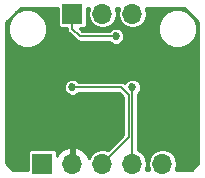
<source format=gbl>
G04 #@! TF.GenerationSoftware,KiCad,Pcbnew,(5.0.0-rc2-dev-444-g2974a2c10)*
G04 #@! TF.CreationDate,2019-08-03T11:43:22-07:00*
G04 #@! TF.ProjectId,AD5245_breakout,4144353234355F627265616B6F75742E,v01*
G04 #@! TF.SameCoordinates,Original*
G04 #@! TF.FileFunction,Copper,L2,Bot,Signal*
G04 #@! TF.FilePolarity,Positive*
%FSLAX46Y46*%
G04 Gerber Fmt 4.6, Leading zero omitted, Abs format (unit mm)*
G04 Created by KiCad (PCBNEW (5.0.0-rc2-dev-444-g2974a2c10)) date 08/03/19 11:43:22*
%MOMM*%
%LPD*%
G01*
G04 APERTURE LIST*
%ADD10O,1.700000X1.700000*%
%ADD11R,1.700000X1.700000*%
%ADD12C,0.685800*%
%ADD13C,0.152400*%
%ADD14C,0.254000*%
G04 APERTURE END LIST*
D10*
X120650000Y-82550000D03*
X118110000Y-82550000D03*
X115570000Y-82550000D03*
X113030000Y-82550000D03*
D11*
X110490000Y-82550000D03*
D10*
X118110000Y-69850000D03*
X115570000Y-69850000D03*
D11*
X113030000Y-69850000D03*
D12*
X122809000Y-82169000D03*
X119761000Y-71374000D03*
X109855000Y-76708000D03*
X111379000Y-71374000D03*
X116713000Y-71755000D03*
X113030000Y-76073000D03*
X118110000Y-76073000D03*
D13*
X116713000Y-71755000D02*
X113665000Y-71755000D01*
X113030000Y-71120000D02*
X113030000Y-69850000D01*
X113665000Y-71755000D02*
X113030000Y-71120000D01*
X113030000Y-76073000D02*
X117170190Y-76073000D01*
X117170190Y-76073000D02*
X117805190Y-76708000D01*
X115570000Y-82550000D02*
X117805190Y-80314810D01*
X117805190Y-80314810D02*
X117805190Y-76708000D01*
X118110000Y-76073000D02*
X118110000Y-82550000D01*
D14*
G36*
X111791536Y-70700000D02*
X111821106Y-70848659D01*
X111905314Y-70974686D01*
X112031341Y-71058894D01*
X112180000Y-71088464D01*
X112570116Y-71088464D01*
X112563843Y-71120000D01*
X112572800Y-71165029D01*
X112599327Y-71298390D01*
X112700377Y-71449623D01*
X112738554Y-71475132D01*
X113309868Y-72046446D01*
X113335377Y-72084623D01*
X113486609Y-72185673D01*
X113665000Y-72221157D01*
X113710030Y-72212200D01*
X116146451Y-72212200D01*
X116302944Y-72368693D01*
X116569007Y-72478900D01*
X116856993Y-72478900D01*
X117123056Y-72368693D01*
X117326693Y-72165056D01*
X117436900Y-71898993D01*
X117436900Y-71611007D01*
X117326693Y-71344944D01*
X117123056Y-71141307D01*
X116856993Y-71031100D01*
X116569007Y-71031100D01*
X116302944Y-71141307D01*
X116146451Y-71297800D01*
X113854378Y-71297800D01*
X113645042Y-71088464D01*
X113880000Y-71088464D01*
X114028659Y-71058894D01*
X114154686Y-70974686D01*
X114238894Y-70848659D01*
X114268464Y-70700000D01*
X114268464Y-69342000D01*
X114428925Y-69342000D01*
X114410424Y-69369688D01*
X114314884Y-69850000D01*
X114410424Y-70330312D01*
X114682499Y-70737501D01*
X115089688Y-71009576D01*
X115448761Y-71081000D01*
X115691239Y-71081000D01*
X116050312Y-71009576D01*
X116457501Y-70737501D01*
X116729576Y-70330312D01*
X116825116Y-69850000D01*
X116729576Y-69369688D01*
X116711075Y-69342000D01*
X116968925Y-69342000D01*
X116950424Y-69369688D01*
X116854884Y-69850000D01*
X116950424Y-70330312D01*
X117222499Y-70737501D01*
X117629688Y-71009576D01*
X117988761Y-71081000D01*
X118231239Y-71081000D01*
X118590312Y-71009576D01*
X118910588Y-70795574D01*
X120289000Y-70795574D01*
X120289000Y-71444426D01*
X120537305Y-72043887D01*
X120996113Y-72502695D01*
X121595574Y-72751000D01*
X122244426Y-72751000D01*
X122843887Y-72502695D01*
X123302695Y-72043887D01*
X123551000Y-71444426D01*
X123551000Y-70795574D01*
X123302695Y-70196113D01*
X122843887Y-69737305D01*
X122244426Y-69489000D01*
X121595574Y-69489000D01*
X120996113Y-69737305D01*
X120537305Y-70196113D01*
X120289000Y-70795574D01*
X118910588Y-70795574D01*
X118997501Y-70737501D01*
X119269576Y-70330312D01*
X119365116Y-69850000D01*
X119269576Y-69369688D01*
X119251075Y-69342000D01*
X122502394Y-69342000D01*
X123698000Y-70537606D01*
X123698000Y-82497394D01*
X123137394Y-83058000D01*
X121791075Y-83058000D01*
X121809576Y-83030312D01*
X121905116Y-82550000D01*
X121809576Y-82069688D01*
X121537501Y-81662499D01*
X121130312Y-81390424D01*
X120771239Y-81319000D01*
X120528761Y-81319000D01*
X120169688Y-81390424D01*
X119762499Y-81662499D01*
X119490424Y-82069688D01*
X119394884Y-82550000D01*
X119490424Y-83030312D01*
X119508925Y-83058000D01*
X119251075Y-83058000D01*
X119269576Y-83030312D01*
X119365116Y-82550000D01*
X119269576Y-82069688D01*
X118997501Y-81662499D01*
X118590312Y-81390424D01*
X118567200Y-81385827D01*
X118567200Y-76639549D01*
X118723693Y-76483056D01*
X118833900Y-76216993D01*
X118833900Y-75929007D01*
X118723693Y-75662944D01*
X118520056Y-75459307D01*
X118253993Y-75349100D01*
X117966007Y-75349100D01*
X117699944Y-75459307D01*
X117496307Y-75662944D01*
X117470973Y-75724106D01*
X117348581Y-75642327D01*
X117215220Y-75615800D01*
X117170190Y-75606843D01*
X117125160Y-75615800D01*
X113596549Y-75615800D01*
X113440056Y-75459307D01*
X113173993Y-75349100D01*
X112886007Y-75349100D01*
X112619944Y-75459307D01*
X112416307Y-75662944D01*
X112306100Y-75929007D01*
X112306100Y-76216993D01*
X112416307Y-76483056D01*
X112619944Y-76686693D01*
X112886007Y-76796900D01*
X113173993Y-76796900D01*
X113440056Y-76686693D01*
X113596549Y-76530200D01*
X116980812Y-76530200D01*
X117347991Y-76897379D01*
X117347990Y-80125431D01*
X116069906Y-81403516D01*
X116050312Y-81390424D01*
X115691239Y-81319000D01*
X115448761Y-81319000D01*
X115089688Y-81390424D01*
X114682499Y-81662499D01*
X114412245Y-82066963D01*
X114225183Y-81668642D01*
X113796924Y-81278355D01*
X113386890Y-81108524D01*
X113157000Y-81229845D01*
X113157000Y-82423000D01*
X113177000Y-82423000D01*
X113177000Y-82677000D01*
X113157000Y-82677000D01*
X113157000Y-82697000D01*
X112903000Y-82697000D01*
X112903000Y-82677000D01*
X112883000Y-82677000D01*
X112883000Y-82423000D01*
X112903000Y-82423000D01*
X112903000Y-81229845D01*
X112673110Y-81108524D01*
X112263076Y-81278355D01*
X111834817Y-81668642D01*
X111728464Y-81895105D01*
X111728464Y-81700000D01*
X111698894Y-81551341D01*
X111614686Y-81425314D01*
X111488659Y-81341106D01*
X111340000Y-81311536D01*
X109640000Y-81311536D01*
X109491341Y-81341106D01*
X109365314Y-81425314D01*
X109281106Y-81551341D01*
X109251536Y-81700000D01*
X109251536Y-83058000D01*
X108002606Y-83058000D01*
X107442000Y-82497394D01*
X107442000Y-70795574D01*
X107589000Y-70795574D01*
X107589000Y-71444426D01*
X107837305Y-72043887D01*
X108296113Y-72502695D01*
X108895574Y-72751000D01*
X109544426Y-72751000D01*
X110143887Y-72502695D01*
X110602695Y-72043887D01*
X110851000Y-71444426D01*
X110851000Y-70795574D01*
X110602695Y-70196113D01*
X110143887Y-69737305D01*
X109544426Y-69489000D01*
X108895574Y-69489000D01*
X108296113Y-69737305D01*
X107837305Y-70196113D01*
X107589000Y-70795574D01*
X107442000Y-70795574D01*
X107442000Y-70537606D01*
X108637606Y-69342000D01*
X111791536Y-69342000D01*
X111791536Y-70700000D01*
X111791536Y-70700000D01*
G37*
X111791536Y-70700000D02*
X111821106Y-70848659D01*
X111905314Y-70974686D01*
X112031341Y-71058894D01*
X112180000Y-71088464D01*
X112570116Y-71088464D01*
X112563843Y-71120000D01*
X112572800Y-71165029D01*
X112599327Y-71298390D01*
X112700377Y-71449623D01*
X112738554Y-71475132D01*
X113309868Y-72046446D01*
X113335377Y-72084623D01*
X113486609Y-72185673D01*
X113665000Y-72221157D01*
X113710030Y-72212200D01*
X116146451Y-72212200D01*
X116302944Y-72368693D01*
X116569007Y-72478900D01*
X116856993Y-72478900D01*
X117123056Y-72368693D01*
X117326693Y-72165056D01*
X117436900Y-71898993D01*
X117436900Y-71611007D01*
X117326693Y-71344944D01*
X117123056Y-71141307D01*
X116856993Y-71031100D01*
X116569007Y-71031100D01*
X116302944Y-71141307D01*
X116146451Y-71297800D01*
X113854378Y-71297800D01*
X113645042Y-71088464D01*
X113880000Y-71088464D01*
X114028659Y-71058894D01*
X114154686Y-70974686D01*
X114238894Y-70848659D01*
X114268464Y-70700000D01*
X114268464Y-69342000D01*
X114428925Y-69342000D01*
X114410424Y-69369688D01*
X114314884Y-69850000D01*
X114410424Y-70330312D01*
X114682499Y-70737501D01*
X115089688Y-71009576D01*
X115448761Y-71081000D01*
X115691239Y-71081000D01*
X116050312Y-71009576D01*
X116457501Y-70737501D01*
X116729576Y-70330312D01*
X116825116Y-69850000D01*
X116729576Y-69369688D01*
X116711075Y-69342000D01*
X116968925Y-69342000D01*
X116950424Y-69369688D01*
X116854884Y-69850000D01*
X116950424Y-70330312D01*
X117222499Y-70737501D01*
X117629688Y-71009576D01*
X117988761Y-71081000D01*
X118231239Y-71081000D01*
X118590312Y-71009576D01*
X118910588Y-70795574D01*
X120289000Y-70795574D01*
X120289000Y-71444426D01*
X120537305Y-72043887D01*
X120996113Y-72502695D01*
X121595574Y-72751000D01*
X122244426Y-72751000D01*
X122843887Y-72502695D01*
X123302695Y-72043887D01*
X123551000Y-71444426D01*
X123551000Y-70795574D01*
X123302695Y-70196113D01*
X122843887Y-69737305D01*
X122244426Y-69489000D01*
X121595574Y-69489000D01*
X120996113Y-69737305D01*
X120537305Y-70196113D01*
X120289000Y-70795574D01*
X118910588Y-70795574D01*
X118997501Y-70737501D01*
X119269576Y-70330312D01*
X119365116Y-69850000D01*
X119269576Y-69369688D01*
X119251075Y-69342000D01*
X122502394Y-69342000D01*
X123698000Y-70537606D01*
X123698000Y-82497394D01*
X123137394Y-83058000D01*
X121791075Y-83058000D01*
X121809576Y-83030312D01*
X121905116Y-82550000D01*
X121809576Y-82069688D01*
X121537501Y-81662499D01*
X121130312Y-81390424D01*
X120771239Y-81319000D01*
X120528761Y-81319000D01*
X120169688Y-81390424D01*
X119762499Y-81662499D01*
X119490424Y-82069688D01*
X119394884Y-82550000D01*
X119490424Y-83030312D01*
X119508925Y-83058000D01*
X119251075Y-83058000D01*
X119269576Y-83030312D01*
X119365116Y-82550000D01*
X119269576Y-82069688D01*
X118997501Y-81662499D01*
X118590312Y-81390424D01*
X118567200Y-81385827D01*
X118567200Y-76639549D01*
X118723693Y-76483056D01*
X118833900Y-76216993D01*
X118833900Y-75929007D01*
X118723693Y-75662944D01*
X118520056Y-75459307D01*
X118253993Y-75349100D01*
X117966007Y-75349100D01*
X117699944Y-75459307D01*
X117496307Y-75662944D01*
X117470973Y-75724106D01*
X117348581Y-75642327D01*
X117215220Y-75615800D01*
X117170190Y-75606843D01*
X117125160Y-75615800D01*
X113596549Y-75615800D01*
X113440056Y-75459307D01*
X113173993Y-75349100D01*
X112886007Y-75349100D01*
X112619944Y-75459307D01*
X112416307Y-75662944D01*
X112306100Y-75929007D01*
X112306100Y-76216993D01*
X112416307Y-76483056D01*
X112619944Y-76686693D01*
X112886007Y-76796900D01*
X113173993Y-76796900D01*
X113440056Y-76686693D01*
X113596549Y-76530200D01*
X116980812Y-76530200D01*
X117347991Y-76897379D01*
X117347990Y-80125431D01*
X116069906Y-81403516D01*
X116050312Y-81390424D01*
X115691239Y-81319000D01*
X115448761Y-81319000D01*
X115089688Y-81390424D01*
X114682499Y-81662499D01*
X114412245Y-82066963D01*
X114225183Y-81668642D01*
X113796924Y-81278355D01*
X113386890Y-81108524D01*
X113157000Y-81229845D01*
X113157000Y-82423000D01*
X113177000Y-82423000D01*
X113177000Y-82677000D01*
X113157000Y-82677000D01*
X113157000Y-82697000D01*
X112903000Y-82697000D01*
X112903000Y-82677000D01*
X112883000Y-82677000D01*
X112883000Y-82423000D01*
X112903000Y-82423000D01*
X112903000Y-81229845D01*
X112673110Y-81108524D01*
X112263076Y-81278355D01*
X111834817Y-81668642D01*
X111728464Y-81895105D01*
X111728464Y-81700000D01*
X111698894Y-81551341D01*
X111614686Y-81425314D01*
X111488659Y-81341106D01*
X111340000Y-81311536D01*
X109640000Y-81311536D01*
X109491341Y-81341106D01*
X109365314Y-81425314D01*
X109281106Y-81551341D01*
X109251536Y-81700000D01*
X109251536Y-83058000D01*
X108002606Y-83058000D01*
X107442000Y-82497394D01*
X107442000Y-70795574D01*
X107589000Y-70795574D01*
X107589000Y-71444426D01*
X107837305Y-72043887D01*
X108296113Y-72502695D01*
X108895574Y-72751000D01*
X109544426Y-72751000D01*
X110143887Y-72502695D01*
X110602695Y-72043887D01*
X110851000Y-71444426D01*
X110851000Y-70795574D01*
X110602695Y-70196113D01*
X110143887Y-69737305D01*
X109544426Y-69489000D01*
X108895574Y-69489000D01*
X108296113Y-69737305D01*
X107837305Y-70196113D01*
X107589000Y-70795574D01*
X107442000Y-70795574D01*
X107442000Y-70537606D01*
X108637606Y-69342000D01*
X111791536Y-69342000D01*
X111791536Y-70700000D01*
M02*

</source>
